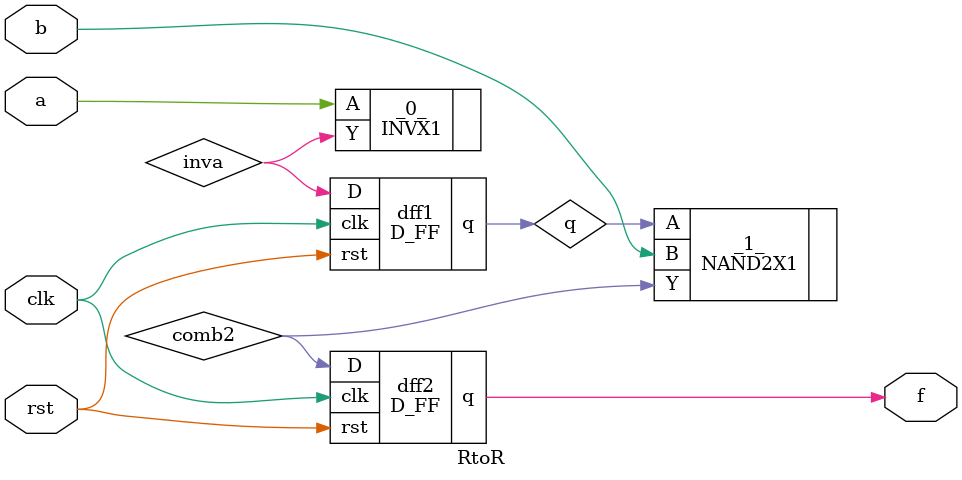
<source format=v>
/* Generated by Yosys 0.6 (git sha1 UNKNOWN, clang 3.4-1ubuntu3 -fPIC -Os) */

module D_FF(D, clk, rst, q);
  wire _0_;
  input D;
  input clk;
  output q;
  input rst;
  AND2X2 _1_ (
    .A(D),
    .B(rst),
    .Y(_0_)
  );
  DFFPOSX1 _2_ (
    .CLK(clk),
    .D(_0_),
    .Q(q)
  );
endmodule

module RtoR(clk, rst, a, b, f);
  input a;
  input b;
  input clk;
  wire comb2;
  output f;
  wire inva;
  wire q;
  input rst;
  INVX1 _0_ (
    .A(a),
    .Y(inva)
  );
  NAND2X1 _1_ (
    .A(q),
    .B(b),
    .Y(comb2)
  );
  D_FF dff1 (
    .D(inva),
    .clk(clk),
    .q(q),
    .rst(rst)
  );
  D_FF dff2 (
    .D(comb2),
    .clk(clk),
    .q(f),
    .rst(rst)
  );
endmodule

</source>
